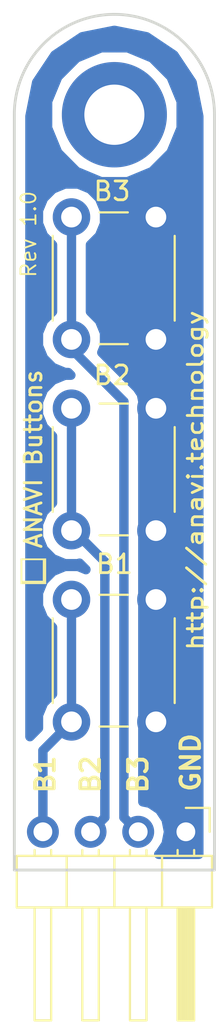
<source format=kicad_pcb>
(kicad_pcb (version 4) (host pcbnew 4.0.6+dfsg1-1)

  (general
    (links 12)
    (no_connects 0)
    (area 134.121714 57.404 163.058286 112.079001)
    (thickness 1.6)
    (drawings 12)
    (tracks 15)
    (zones 0)
    (modules 6)
    (nets 5)
  )

  (page A4)
  (layers
    (0 F.Cu signal)
    (31 B.Cu signal)
    (32 B.Adhes user)
    (33 F.Adhes user)
    (34 B.Paste user)
    (35 F.Paste user)
    (36 B.SilkS user)
    (37 F.SilkS user)
    (38 B.Mask user)
    (39 F.Mask user)
    (40 Dwgs.User user)
    (41 Cmts.User user)
    (42 Eco1.User user)
    (43 Eco2.User user)
    (44 Edge.Cuts user)
    (45 Margin user)
    (46 B.CrtYd user)
    (47 F.CrtYd user)
    (48 B.Fab user)
    (49 F.Fab user)
  )

  (setup
    (last_trace_width 0.5)
    (user_trace_width 0.5)
    (user_trace_width 1)
    (user_trace_width 1.5)
    (trace_clearance 0.254)
    (zone_clearance 0.508)
    (zone_45_only no)
    (trace_min 0.2)
    (segment_width 0.2)
    (edge_width 0.15)
    (via_size 0.85)
    (via_drill 0.4)
    (via_min_size 0.4)
    (via_min_drill 0.3)
    (uvia_size 0.35)
    (uvia_drill 0.1)
    (uvias_allowed no)
    (uvia_min_size 0.2)
    (uvia_min_drill 0.1)
    (pcb_text_width 0.3)
    (pcb_text_size 1.5 1.5)
    (mod_edge_width 0.15)
    (mod_text_size 1 1)
    (mod_text_width 0.15)
    (pad_size 1.524 1.524)
    (pad_drill 0.762)
    (pad_to_mask_clearance 0.2)
    (aux_axis_origin 0 0)
    (visible_elements FFFFFF7F)
    (pcbplotparams
      (layerselection 0x010f0_80000001)
      (usegerberextensions true)
      (excludeedgelayer true)
      (linewidth 1.000000)
      (plotframeref false)
      (viasonmask false)
      (mode 1)
      (useauxorigin false)
      (hpglpennumber 1)
      (hpglpenspeed 20)
      (hpglpendiameter 15)
      (hpglpenoverlay 2)
      (psnegative false)
      (psa4output false)
      (plotreference true)
      (plotvalue true)
      (plotinvisibletext false)
      (padsonsilk false)
      (subtractmaskfromsilk false)
      (outputformat 1)
      (mirror false)
      (drillshape 0)
      (scaleselection 1)
      (outputdirectory plots/rev10))
  )

  (net 0 "")
  (net 1 GND)
  (net 2 "Net-(B1-Pad1)")
  (net 3 "Net-(B2-Pad1)")
  (net 4 "Net-(B3-Pad1)")

  (net_class Default "This is the default net class."
    (clearance 0.254)
    (trace_width 0.5)
    (via_dia 0.85)
    (via_drill 0.4)
    (uvia_dia 0.35)
    (uvia_drill 0.1)
    (add_net GND)
    (add_net "Net-(B1-Pad1)")
    (add_net "Net-(B2-Pad1)")
    (add_net "Net-(B3-Pad1)")
  )

  (module Pin_Headers:Pin_Header_Angled_1x04_Pitch2.54mm (layer F.Cu) (tedit 5B13E3B5) (tstamp 5B1695DD)
    (at 152.4 101.6 270)
    (descr "Through hole angled pin header, 1x04, 2.54mm pitch, 6mm pin length, single row")
    (tags "Through hole angled pin header THT 1x04 2.54mm single row")
    (path /5B13D8AA)
    (fp_text reference J1 (at 4.315 -2.27 270) (layer F.SilkS) hide
      (effects (font (size 1 1) (thickness 0.15)))
    )
    (fp_text value CONN_01X04 (at 4.315 9.89 270) (layer F.Fab) hide
      (effects (font (size 1 1) (thickness 0.15)))
    )
    (fp_line (start 1.4 -1.27) (end 1.4 1.27) (layer F.Fab) (width 0.1))
    (fp_line (start 1.4 1.27) (end 3.9 1.27) (layer F.Fab) (width 0.1))
    (fp_line (start 3.9 1.27) (end 3.9 -1.27) (layer F.Fab) (width 0.1))
    (fp_line (start 3.9 -1.27) (end 1.4 -1.27) (layer F.Fab) (width 0.1))
    (fp_line (start 0 -0.32) (end 0 0.32) (layer F.Fab) (width 0.1))
    (fp_line (start 0 0.32) (end 9.9 0.32) (layer F.Fab) (width 0.1))
    (fp_line (start 9.9 0.32) (end 9.9 -0.32) (layer F.Fab) (width 0.1))
    (fp_line (start 9.9 -0.32) (end 0 -0.32) (layer F.Fab) (width 0.1))
    (fp_line (start 1.4 1.27) (end 1.4 3.81) (layer F.Fab) (width 0.1))
    (fp_line (start 1.4 3.81) (end 3.9 3.81) (layer F.Fab) (width 0.1))
    (fp_line (start 3.9 3.81) (end 3.9 1.27) (layer F.Fab) (width 0.1))
    (fp_line (start 3.9 1.27) (end 1.4 1.27) (layer F.Fab) (width 0.1))
    (fp_line (start 0 2.22) (end 0 2.86) (layer F.Fab) (width 0.1))
    (fp_line (start 0 2.86) (end 9.9 2.86) (layer F.Fab) (width 0.1))
    (fp_line (start 9.9 2.86) (end 9.9 2.22) (layer F.Fab) (width 0.1))
    (fp_line (start 9.9 2.22) (end 0 2.22) (layer F.Fab) (width 0.1))
    (fp_line (start 1.4 3.81) (end 1.4 6.35) (layer F.Fab) (width 0.1))
    (fp_line (start 1.4 6.35) (end 3.9 6.35) (layer F.Fab) (width 0.1))
    (fp_line (start 3.9 6.35) (end 3.9 3.81) (layer F.Fab) (width 0.1))
    (fp_line (start 3.9 3.81) (end 1.4 3.81) (layer F.Fab) (width 0.1))
    (fp_line (start 0 4.76) (end 0 5.4) (layer F.Fab) (width 0.1))
    (fp_line (start 0 5.4) (end 9.9 5.4) (layer F.Fab) (width 0.1))
    (fp_line (start 9.9 5.4) (end 9.9 4.76) (layer F.Fab) (width 0.1))
    (fp_line (start 9.9 4.76) (end 0 4.76) (layer F.Fab) (width 0.1))
    (fp_line (start 1.4 6.35) (end 1.4 8.89) (layer F.Fab) (width 0.1))
    (fp_line (start 1.4 8.89) (end 3.9 8.89) (layer F.Fab) (width 0.1))
    (fp_line (start 3.9 8.89) (end 3.9 6.35) (layer F.Fab) (width 0.1))
    (fp_line (start 3.9 6.35) (end 1.4 6.35) (layer F.Fab) (width 0.1))
    (fp_line (start 0 7.3) (end 0 7.94) (layer F.Fab) (width 0.1))
    (fp_line (start 0 7.94) (end 9.9 7.94) (layer F.Fab) (width 0.1))
    (fp_line (start 9.9 7.94) (end 9.9 7.3) (layer F.Fab) (width 0.1))
    (fp_line (start 9.9 7.3) (end 0 7.3) (layer F.Fab) (width 0.1))
    (fp_line (start 1.28 -1.39) (end 1.28 1.27) (layer F.SilkS) (width 0.12))
    (fp_line (start 1.28 1.27) (end 4.02 1.27) (layer F.SilkS) (width 0.12))
    (fp_line (start 4.02 1.27) (end 4.02 -1.39) (layer F.SilkS) (width 0.12))
    (fp_line (start 4.02 -1.39) (end 1.28 -1.39) (layer F.SilkS) (width 0.12))
    (fp_line (start 4.02 -0.44) (end 4.02 0.44) (layer F.SilkS) (width 0.12))
    (fp_line (start 4.02 0.44) (end 10.02 0.44) (layer F.SilkS) (width 0.12))
    (fp_line (start 10.02 0.44) (end 10.02 -0.44) (layer F.SilkS) (width 0.12))
    (fp_line (start 10.02 -0.44) (end 4.02 -0.44) (layer F.SilkS) (width 0.12))
    (fp_line (start 0.97 -0.44) (end 1.28 -0.44) (layer F.SilkS) (width 0.12))
    (fp_line (start 0.97 0.44) (end 1.28 0.44) (layer F.SilkS) (width 0.12))
    (fp_line (start 4.02 -0.32) (end 10.02 -0.32) (layer F.SilkS) (width 0.12))
    (fp_line (start 4.02 -0.2) (end 10.02 -0.2) (layer F.SilkS) (width 0.12))
    (fp_line (start 4.02 -0.08) (end 10.02 -0.08) (layer F.SilkS) (width 0.12))
    (fp_line (start 4.02 0.04) (end 10.02 0.04) (layer F.SilkS) (width 0.12))
    (fp_line (start 4.02 0.16) (end 10.02 0.16) (layer F.SilkS) (width 0.12))
    (fp_line (start 4.02 0.28) (end 10.02 0.28) (layer F.SilkS) (width 0.12))
    (fp_line (start 4.02 0.4) (end 10.02 0.4) (layer F.SilkS) (width 0.12))
    (fp_line (start 1.28 1.27) (end 1.28 3.81) (layer F.SilkS) (width 0.12))
    (fp_line (start 1.28 3.81) (end 4.02 3.81) (layer F.SilkS) (width 0.12))
    (fp_line (start 4.02 3.81) (end 4.02 1.27) (layer F.SilkS) (width 0.12))
    (fp_line (start 4.02 1.27) (end 1.28 1.27) (layer F.SilkS) (width 0.12))
    (fp_line (start 4.02 2.1) (end 4.02 2.98) (layer F.SilkS) (width 0.12))
    (fp_line (start 4.02 2.98) (end 10.02 2.98) (layer F.SilkS) (width 0.12))
    (fp_line (start 10.02 2.98) (end 10.02 2.1) (layer F.SilkS) (width 0.12))
    (fp_line (start 10.02 2.1) (end 4.02 2.1) (layer F.SilkS) (width 0.12))
    (fp_line (start 0.97 2.1) (end 1.28 2.1) (layer F.SilkS) (width 0.12))
    (fp_line (start 0.97 2.98) (end 1.28 2.98) (layer F.SilkS) (width 0.12))
    (fp_line (start 1.28 3.81) (end 1.28 6.35) (layer F.SilkS) (width 0.12))
    (fp_line (start 1.28 6.35) (end 4.02 6.35) (layer F.SilkS) (width 0.12))
    (fp_line (start 4.02 6.35) (end 4.02 3.81) (layer F.SilkS) (width 0.12))
    (fp_line (start 4.02 3.81) (end 1.28 3.81) (layer F.SilkS) (width 0.12))
    (fp_line (start 4.02 4.64) (end 4.02 5.52) (layer F.SilkS) (width 0.12))
    (fp_line (start 4.02 5.52) (end 10.02 5.52) (layer F.SilkS) (width 0.12))
    (fp_line (start 10.02 5.52) (end 10.02 4.64) (layer F.SilkS) (width 0.12))
    (fp_line (start 10.02 4.64) (end 4.02 4.64) (layer F.SilkS) (width 0.12))
    (fp_line (start 0.97 4.64) (end 1.28 4.64) (layer F.SilkS) (width 0.12))
    (fp_line (start 0.97 5.52) (end 1.28 5.52) (layer F.SilkS) (width 0.12))
    (fp_line (start 1.28 6.35) (end 1.28 9.01) (layer F.SilkS) (width 0.12))
    (fp_line (start 1.28 9.01) (end 4.02 9.01) (layer F.SilkS) (width 0.12))
    (fp_line (start 4.02 9.01) (end 4.02 6.35) (layer F.SilkS) (width 0.12))
    (fp_line (start 4.02 6.35) (end 1.28 6.35) (layer F.SilkS) (width 0.12))
    (fp_line (start 4.02 7.18) (end 4.02 8.06) (layer F.SilkS) (width 0.12))
    (fp_line (start 4.02 8.06) (end 10.02 8.06) (layer F.SilkS) (width 0.12))
    (fp_line (start 10.02 8.06) (end 10.02 7.18) (layer F.SilkS) (width 0.12))
    (fp_line (start 10.02 7.18) (end 4.02 7.18) (layer F.SilkS) (width 0.12))
    (fp_line (start 0.97 7.18) (end 1.28 7.18) (layer F.SilkS) (width 0.12))
    (fp_line (start 0.97 8.06) (end 1.28 8.06) (layer F.SilkS) (width 0.12))
    (fp_line (start -1.27 0) (end -1.27 -1.27) (layer F.SilkS) (width 0.12))
    (fp_line (start -1.27 -1.27) (end 0 -1.27) (layer F.SilkS) (width 0.12))
    (fp_line (start -1.6 -1.6) (end -1.6 9.2) (layer F.CrtYd) (width 0.05))
    (fp_line (start -1.6 9.2) (end 10.2 9.2) (layer F.CrtYd) (width 0.05))
    (fp_line (start 10.2 9.2) (end 10.2 -1.6) (layer F.CrtYd) (width 0.05))
    (fp_line (start 10.2 -1.6) (end -1.6 -1.6) (layer F.CrtYd) (width 0.05))
    (pad 1 thru_hole rect (at 0 0 270) (size 1.7 1.7) (drill 1) (layers *.Cu *.Mask)
      (net 1 GND))
    (pad 2 thru_hole oval (at 0 2.54 270) (size 1.7 1.7) (drill 1) (layers *.Cu *.Mask)
      (net 4 "Net-(B3-Pad1)"))
    (pad 3 thru_hole oval (at 0 5.08 270) (size 1.7 1.7) (drill 1) (layers *.Cu *.Mask)
      (net 3 "Net-(B2-Pad1)"))
    (pad 4 thru_hole oval (at 0 7.62 270) (size 1.7 1.7) (drill 1) (layers *.Cu *.Mask)
      (net 2 "Net-(B1-Pad1)"))
    (model Pin_Headers.3dshapes/Pin_Header_Angled_1x04_Pitch2.54mm.wrl
      (at (xyz 0 -0.15 0))
      (scale (xyz 1 1 1))
      (rotate (xyz 0 0 90))
    )
  )

  (module Mounting_Holes:MountingHole_3.2mm_M3_DIN965_Pad (layer F.Cu) (tedit 5B13E2AC) (tstamp 5B24605B)
    (at 148.59 63.5)
    (descr "Mounting Hole 3.2mm, M3, DIN965")
    (tags "mounting hole 3.2mm m3 din965")
    (fp_text reference REF** (at 0 -3.8) (layer F.SilkS) hide
      (effects (font (size 1 1) (thickness 0.15)))
    )
    (fp_text value MountingHole_3.2mm_M3_DIN965_Pad (at 0 3.8) (layer F.Fab) hide
      (effects (font (size 1 1) (thickness 0.15)))
    )
    (fp_circle (center 0 0) (end 2.8 0) (layer Cmts.User) (width 0.15))
    (fp_circle (center 0 0) (end 3.05 0) (layer F.CrtYd) (width 0.05))
    (pad 1 thru_hole circle (at 0 0) (size 5.6 5.6) (drill 3.2) (layers *.Cu *.Mask))
  )

  (module logo:anavi-logo (layer F.Cu) (tedit 0) (tstamp 5B1AE6FA)
    (at 144.272 87.757 90)
    (fp_text reference G*** (at 0 0 90) (layer F.SilkS) hide
      (effects (font (thickness 0.3)))
    )
    (fp_text value LOGO (at 0.75 0 90) (layer F.SilkS) hide
      (effects (font (thickness 0.3)))
    )
    (fp_poly (pts (xy 0.677334 0.677334) (xy -0.677333 0.677334) (xy -0.677333 -0.592666) (xy -0.508 -0.592666)
      (xy -0.508 0.508) (xy 0.592667 0.508) (xy 0.592667 -0.592666) (xy -0.508 -0.592666)
      (xy -0.677333 -0.592666) (xy -0.677333 -0.677333) (xy 0.677334 -0.677333) (xy 0.677334 0.677334)) (layer F.SilkS) (width 0.01))
  )

  (module Buttons_Switches_ThroughHole:SW_PUSH_6mm_h4.3mm (layer F.Cu) (tedit 5B502D82) (tstamp 5B502D40)
    (at 146.304 95.758 90)
    (descr "tactile push button, 6x6mm e.g. PHAP33xx series, height=4.3mm")
    (tags "tact sw push 6mm")
    (path /5B502E0D)
    (fp_text reference B1 (at 8.382 2.286 180) (layer F.SilkS)
      (effects (font (size 1 1) (thickness 0.15)))
    )
    (fp_text value SW_DIP_x01 (at 3.75 6.7 90) (layer F.Fab) hide
      (effects (font (size 1 1) (thickness 0.15)))
    )
    (fp_text user %R (at 3.25 2.25 90) (layer F.Fab)
      (effects (font (size 1 1) (thickness 0.15)))
    )
    (fp_line (start 3.25 -0.75) (end 6.25 -0.75) (layer F.Fab) (width 0.1))
    (fp_line (start 6.25 -0.75) (end 6.25 5.25) (layer F.Fab) (width 0.1))
    (fp_line (start 6.25 5.25) (end 0.25 5.25) (layer F.Fab) (width 0.1))
    (fp_line (start 0.25 5.25) (end 0.25 -0.75) (layer F.Fab) (width 0.1))
    (fp_line (start 0.25 -0.75) (end 3.25 -0.75) (layer F.Fab) (width 0.1))
    (fp_line (start 7.75 6) (end 8 6) (layer F.CrtYd) (width 0.05))
    (fp_line (start 8 6) (end 8 5.75) (layer F.CrtYd) (width 0.05))
    (fp_line (start 7.75 -1.5) (end 8 -1.5) (layer F.CrtYd) (width 0.05))
    (fp_line (start 8 -1.5) (end 8 -1.25) (layer F.CrtYd) (width 0.05))
    (fp_line (start -1.5 -1.25) (end -1.5 -1.5) (layer F.CrtYd) (width 0.05))
    (fp_line (start -1.5 -1.5) (end -1.25 -1.5) (layer F.CrtYd) (width 0.05))
    (fp_line (start -1.5 5.75) (end -1.5 6) (layer F.CrtYd) (width 0.05))
    (fp_line (start -1.5 6) (end -1.25 6) (layer F.CrtYd) (width 0.05))
    (fp_line (start -1.25 -1.5) (end 7.75 -1.5) (layer F.CrtYd) (width 0.05))
    (fp_line (start -1.5 5.75) (end -1.5 -1.25) (layer F.CrtYd) (width 0.05))
    (fp_line (start 7.75 6) (end -1.25 6) (layer F.CrtYd) (width 0.05))
    (fp_line (start 8 -1.25) (end 8 5.75) (layer F.CrtYd) (width 0.05))
    (fp_line (start 1 5.5) (end 5.5 5.5) (layer F.SilkS) (width 0.12))
    (fp_line (start -0.25 1.5) (end -0.25 3) (layer F.SilkS) (width 0.12))
    (fp_line (start 5.5 -1) (end 1 -1) (layer F.SilkS) (width 0.12))
    (fp_line (start 6.75 3) (end 6.75 1.5) (layer F.SilkS) (width 0.12))
    (fp_circle (center 3.25 2.25) (end 1.25 2.5) (layer F.Fab) (width 0.1))
    (pad 2 thru_hole circle (at 0 4.5 180) (size 2 2) (drill 1.1) (layers *.Cu *.Mask)
      (net 1 GND))
    (pad 1 thru_hole circle (at 0 0 180) (size 2 2) (drill 1.1) (layers *.Cu *.Mask)
      (net 2 "Net-(B1-Pad1)"))
    (pad 2 thru_hole circle (at 6.5 4.5 180) (size 2 2) (drill 1.1) (layers *.Cu *.Mask)
      (net 1 GND))
    (pad 1 thru_hole circle (at 6.5 0 180) (size 2 2) (drill 1.1) (layers *.Cu *.Mask)
      (net 2 "Net-(B1-Pad1)"))
    (model ${KISYS3DMOD}/Buttons_Switches_THT.3dshapes/SW_PUSH_6mm_h4.3mm.wrl
      (at (xyz 0.005 0 0))
      (scale (xyz 0.3937 0.3937 0.3937))
      (rotate (xyz 0 0 0))
    )
  )

  (module Buttons_Switches_ThroughHole:SW_PUSH_6mm_h4.3mm (layer F.Cu) (tedit 5B502D7F) (tstamp 5B502D5F)
    (at 146.304 85.598 90)
    (descr "tactile push button, 6x6mm e.g. PHAP33xx series, height=4.3mm")
    (tags "tact sw push 6mm")
    (path /5B502E6E)
    (fp_text reference B2 (at 8.255 2.159 180) (layer F.SilkS)
      (effects (font (size 1 1) (thickness 0.15)))
    )
    (fp_text value SW_DIP_x01 (at 3.75 6.7 90) (layer F.Fab) hide
      (effects (font (size 1 1) (thickness 0.15)))
    )
    (fp_text user %R (at 3.25 2.25 90) (layer F.Fab)
      (effects (font (size 1 1) (thickness 0.15)))
    )
    (fp_line (start 3.25 -0.75) (end 6.25 -0.75) (layer F.Fab) (width 0.1))
    (fp_line (start 6.25 -0.75) (end 6.25 5.25) (layer F.Fab) (width 0.1))
    (fp_line (start 6.25 5.25) (end 0.25 5.25) (layer F.Fab) (width 0.1))
    (fp_line (start 0.25 5.25) (end 0.25 -0.75) (layer F.Fab) (width 0.1))
    (fp_line (start 0.25 -0.75) (end 3.25 -0.75) (layer F.Fab) (width 0.1))
    (fp_line (start 7.75 6) (end 8 6) (layer F.CrtYd) (width 0.05))
    (fp_line (start 8 6) (end 8 5.75) (layer F.CrtYd) (width 0.05))
    (fp_line (start 7.75 -1.5) (end 8 -1.5) (layer F.CrtYd) (width 0.05))
    (fp_line (start 8 -1.5) (end 8 -1.25) (layer F.CrtYd) (width 0.05))
    (fp_line (start -1.5 -1.25) (end -1.5 -1.5) (layer F.CrtYd) (width 0.05))
    (fp_line (start -1.5 -1.5) (end -1.25 -1.5) (layer F.CrtYd) (width 0.05))
    (fp_line (start -1.5 5.75) (end -1.5 6) (layer F.CrtYd) (width 0.05))
    (fp_line (start -1.5 6) (end -1.25 6) (layer F.CrtYd) (width 0.05))
    (fp_line (start -1.25 -1.5) (end 7.75 -1.5) (layer F.CrtYd) (width 0.05))
    (fp_line (start -1.5 5.75) (end -1.5 -1.25) (layer F.CrtYd) (width 0.05))
    (fp_line (start 7.75 6) (end -1.25 6) (layer F.CrtYd) (width 0.05))
    (fp_line (start 8 -1.25) (end 8 5.75) (layer F.CrtYd) (width 0.05))
    (fp_line (start 1 5.5) (end 5.5 5.5) (layer F.SilkS) (width 0.12))
    (fp_line (start -0.25 1.5) (end -0.25 3) (layer F.SilkS) (width 0.12))
    (fp_line (start 5.5 -1) (end 1 -1) (layer F.SilkS) (width 0.12))
    (fp_line (start 6.75 3) (end 6.75 1.5) (layer F.SilkS) (width 0.12))
    (fp_circle (center 3.25 2.25) (end 1.25 2.5) (layer F.Fab) (width 0.1))
    (pad 2 thru_hole circle (at 0 4.5 180) (size 2 2) (drill 1.1) (layers *.Cu *.Mask)
      (net 1 GND))
    (pad 1 thru_hole circle (at 0 0 180) (size 2 2) (drill 1.1) (layers *.Cu *.Mask)
      (net 3 "Net-(B2-Pad1)"))
    (pad 2 thru_hole circle (at 6.5 4.5 180) (size 2 2) (drill 1.1) (layers *.Cu *.Mask)
      (net 1 GND))
    (pad 1 thru_hole circle (at 6.5 0 180) (size 2 2) (drill 1.1) (layers *.Cu *.Mask)
      (net 3 "Net-(B2-Pad1)"))
    (model ${KISYS3DMOD}/Buttons_Switches_THT.3dshapes/SW_PUSH_6mm_h4.3mm.wrl
      (at (xyz 0.005 0 0))
      (scale (xyz 0.3937 0.3937 0.3937))
      (rotate (xyz 0 0 0))
    )
  )

  (module Buttons_Switches_ThroughHole:SW_PUSH_6mm_h4.3mm (layer F.Cu) (tedit 5B502D93) (tstamp 5B502D7E)
    (at 146.304 75.438 90)
    (descr "tactile push button, 6x6mm e.g. PHAP33xx series, height=4.3mm")
    (tags "tact sw push 6mm")
    (path /5B502ED9)
    (fp_text reference B3 (at 7.874 2.159 180) (layer F.SilkS)
      (effects (font (size 1 1) (thickness 0.15)))
    )
    (fp_text value SW_DIP_x01 (at 3.75 6.7 90) (layer F.Fab) hide
      (effects (font (size 1 1) (thickness 0.15)))
    )
    (fp_text user %R (at 3.25 2.25 90) (layer F.Fab)
      (effects (font (size 1 1) (thickness 0.15)))
    )
    (fp_line (start 3.25 -0.75) (end 6.25 -0.75) (layer F.Fab) (width 0.1))
    (fp_line (start 6.25 -0.75) (end 6.25 5.25) (layer F.Fab) (width 0.1))
    (fp_line (start 6.25 5.25) (end 0.25 5.25) (layer F.Fab) (width 0.1))
    (fp_line (start 0.25 5.25) (end 0.25 -0.75) (layer F.Fab) (width 0.1))
    (fp_line (start 0.25 -0.75) (end 3.25 -0.75) (layer F.Fab) (width 0.1))
    (fp_line (start 7.75 6) (end 8 6) (layer F.CrtYd) (width 0.05))
    (fp_line (start 8 6) (end 8 5.75) (layer F.CrtYd) (width 0.05))
    (fp_line (start 7.75 -1.5) (end 8 -1.5) (layer F.CrtYd) (width 0.05))
    (fp_line (start 8 -1.5) (end 8 -1.25) (layer F.CrtYd) (width 0.05))
    (fp_line (start -1.5 -1.25) (end -1.5 -1.5) (layer F.CrtYd) (width 0.05))
    (fp_line (start -1.5 -1.5) (end -1.25 -1.5) (layer F.CrtYd) (width 0.05))
    (fp_line (start -1.5 5.75) (end -1.5 6) (layer F.CrtYd) (width 0.05))
    (fp_line (start -1.5 6) (end -1.25 6) (layer F.CrtYd) (width 0.05))
    (fp_line (start -1.25 -1.5) (end 7.75 -1.5) (layer F.CrtYd) (width 0.05))
    (fp_line (start -1.5 5.75) (end -1.5 -1.25) (layer F.CrtYd) (width 0.05))
    (fp_line (start 7.75 6) (end -1.25 6) (layer F.CrtYd) (width 0.05))
    (fp_line (start 8 -1.25) (end 8 5.75) (layer F.CrtYd) (width 0.05))
    (fp_line (start 1 5.5) (end 5.5 5.5) (layer F.SilkS) (width 0.12))
    (fp_line (start -0.25 1.5) (end -0.25 3) (layer F.SilkS) (width 0.12))
    (fp_line (start 5.5 -1) (end 1 -1) (layer F.SilkS) (width 0.12))
    (fp_line (start 6.75 3) (end 6.75 1.5) (layer F.SilkS) (width 0.12))
    (fp_circle (center 3.25 2.25) (end 1.25 2.5) (layer F.Fab) (width 0.1))
    (pad 2 thru_hole circle (at 0 4.5 180) (size 2 2) (drill 1.1) (layers *.Cu *.Mask)
      (net 1 GND))
    (pad 1 thru_hole circle (at 0 0 180) (size 2 2) (drill 1.1) (layers *.Cu *.Mask)
      (net 4 "Net-(B3-Pad1)"))
    (pad 2 thru_hole circle (at 6.5 4.5 180) (size 2 2) (drill 1.1) (layers *.Cu *.Mask)
      (net 1 GND))
    (pad 1 thru_hole circle (at 6.5 0 180) (size 2 2) (drill 1.1) (layers *.Cu *.Mask)
      (net 4 "Net-(B3-Pad1)"))
    (model ${KISYS3DMOD}/Buttons_Switches_THT.3dshapes/SW_PUSH_6mm_h4.3mm.wrl
      (at (xyz 0.005 0 0))
      (scale (xyz 0.3937 0.3937 0.3937))
      (rotate (xyz 0 0 0))
    )
  )

  (gr_text "Rev 1.0" (at 144.018 69.85 90) (layer F.SilkS)
    (effects (font (size 0.8 0.8) (thickness 0.1)))
  )
  (gr_arc (start 148.59 63.5) (end 143.256 63.5) (angle 90) (layer Edge.Cuts) (width 0.15))
  (gr_arc (start 148.59 63.5) (end 148.59 58.166) (angle 90) (layer Edge.Cuts) (width 0.15))
  (gr_line (start 153.924 103.632) (end 153.924 63.5) (angle 90) (layer Edge.Cuts) (width 0.15))
  (gr_line (start 143.256 103.632) (end 143.256 63.5) (angle 90) (layer Edge.Cuts) (width 0.15))
  (gr_line (start 143.256 103.632) (end 153.924 103.632) (angle 90) (layer Edge.Cuts) (width 0.15))
  (gr_text http://anavi.technology (at 152.908 82.931 90) (layer F.SilkS)
    (effects (font (size 0.8 1) (thickness 0.15)))
  )
  (gr_text "ANAVI Buttons" (at 144.272 81.788 90) (layer F.SilkS)
    (effects (font (size 0.9 0.9) (thickness 0.15)))
  )
  (gr_text GND (at 152.654 97.917 90) (layer F.SilkS)
    (effects (font (size 1 1) (thickness 0.2)))
  )
  (gr_text B3 (at 149.86 98.552 90) (layer F.SilkS)
    (effects (font (size 1 1) (thickness 0.2)))
  )
  (gr_text B2 (at 147.32 98.552 90) (layer F.SilkS)
    (effects (font (size 1 1) (thickness 0.2)))
  )
  (gr_text B1 (at 144.907 98.552 90) (layer F.SilkS)
    (effects (font (size 1 1) (thickness 0.2)))
  )

  (segment (start 144.78 101.6) (end 144.78 97.282) (width 0.5) (layer B.Cu) (net 2))
  (segment (start 144.78 97.282) (end 146.304 95.758) (width 0.5) (layer B.Cu) (net 2) (tstamp 5B5030F0))
  (segment (start 146.304 95.758) (end 146.304 89.258) (width 0.5) (layer B.Cu) (net 2) (status 30))
  (segment (start 146.304 85.598) (end 146.431 85.598) (width 0.5) (layer B.Cu) (net 3))
  (segment (start 146.431 85.598) (end 148.082 87.249) (width 0.5) (layer B.Cu) (net 3) (tstamp 5B5030F3))
  (segment (start 148.082 100.838) (end 147.32 101.6) (width 0.5) (layer B.Cu) (net 3) (tstamp 5B5030F5))
  (segment (start 148.082 87.249) (end 148.082 100.838) (width 0.5) (layer B.Cu) (net 3) (tstamp 5B5030F4))
  (segment (start 146.304 85.598) (end 146.304 79.098) (width 0.5) (layer B.Cu) (net 3) (status 30))
  (segment (start 146.304 85.598) (end 146.304 85.852) (width 0.5) (layer B.Cu) (net 3) (status 30))
  (segment (start 146.304 75.438) (end 146.304 75.946) (width 0.5) (layer B.Cu) (net 4))
  (segment (start 146.304 75.946) (end 149.098 78.74) (width 0.5) (layer B.Cu) (net 4) (tstamp 5B5030FD))
  (segment (start 149.098 100.838) (end 149.86 101.6) (width 0.5) (layer B.Cu) (net 4) (tstamp 5B503100))
  (segment (start 149.098 78.74) (end 149.098 100.838) (width 0.5) (layer B.Cu) (net 4) (tstamp 5B5030FE))
  (segment (start 146.304 75.438) (end 146.304 68.938) (width 0.5) (layer B.Cu) (net 4) (status 30))
  (segment (start 146.304 68.938) (end 146.408 68.938) (width 0.5) (layer B.Cu) (net 4) (status 30))

  (zone (net 1) (net_name GND) (layer B.Cu) (tstamp 5B24632E) (hatch edge 0.508)
    (connect_pads yes (clearance 0.508))
    (min_thickness 0.5)
    (fill yes (arc_segments 16) (thermal_gap 0.508) (thermal_bridge_width 0.508))
    (polygon
      (pts
        (xy 154.432 106.426) (xy 142.494 106.426) (xy 142.494 57.404) (xy 154.432 57.404)
      )
    )
    (filled_polygon
      (pts
        (xy 150.306213 59.356696) (xy 151.761149 60.328852) (xy 152.733304 61.783787) (xy 153.091 63.582043) (xy 153.091 102.799)
        (xy 150.951428 102.799) (xy 150.997028 102.768531) (xy 151.345598 102.246858) (xy 151.468 101.631503) (xy 151.468 101.568497)
        (xy 151.345598 100.953142) (xy 150.997028 100.431469) (xy 150.475355 100.082899) (xy 150.106 100.00943) (xy 150.106 78.740005)
        (xy 150.106001 78.74) (xy 150.029271 78.354255) (xy 149.90397 78.166729) (xy 149.810764 78.027236) (xy 149.810761 78.027234)
        (xy 147.918236 76.134708) (xy 148.061694 75.789222) (xy 148.062304 75.089846) (xy 147.795229 74.443474) (xy 147.312 73.959401)
        (xy 147.312 70.415778) (xy 147.793491 69.935127) (xy 148.061694 69.289222) (xy 148.062304 68.589846) (xy 147.795229 67.943474)
        (xy 147.301127 67.448509) (xy 146.655222 67.180306) (xy 145.955846 67.179696) (xy 145.309474 67.446771) (xy 144.814509 67.940873)
        (xy 144.546306 68.586778) (xy 144.545696 69.286154) (xy 144.812771 69.932526) (xy 145.296 70.416599) (xy 145.296 73.960222)
        (xy 144.814509 74.440873) (xy 144.546306 75.086778) (xy 144.545696 75.786154) (xy 144.812771 76.432526) (xy 145.306873 76.927491)
        (xy 145.952778 77.195694) (xy 146.128319 77.195847) (xy 146.272444 77.339972) (xy 145.955846 77.339696) (xy 145.309474 77.606771)
        (xy 144.814509 78.100873) (xy 144.546306 78.746778) (xy 144.545696 79.446154) (xy 144.812771 80.092526) (xy 145.296 80.576599)
        (xy 145.296 84.120222) (xy 144.814509 84.600873) (xy 144.546306 85.246778) (xy 144.545696 85.946154) (xy 144.812771 86.592526)
        (xy 145.306873 87.087491) (xy 145.952778 87.355694) (xy 146.652154 87.356304) (xy 146.73114 87.323668) (xy 147.074 87.666527)
        (xy 147.074 87.674198) (xy 146.655222 87.500306) (xy 145.955846 87.499696) (xy 145.309474 87.766771) (xy 144.814509 88.260873)
        (xy 144.546306 88.906778) (xy 144.545696 89.606154) (xy 144.812771 90.252526) (xy 145.296 90.736599) (xy 145.296 94.280222)
        (xy 144.814509 94.760873) (xy 144.546306 95.406778) (xy 144.545709 96.090763) (xy 144.089 96.547472) (xy 144.089 64.204625)
        (xy 145.031384 64.204625) (xy 145.571916 65.512812) (xy 146.571924 66.514567) (xy 147.879165 67.057381) (xy 149.294625 67.058616)
        (xy 150.602812 66.518084) (xy 151.604567 65.518076) (xy 152.147381 64.210835) (xy 152.148616 62.795375) (xy 151.608084 61.487188)
        (xy 150.608076 60.485433) (xy 149.300835 59.942619) (xy 147.885375 59.941384) (xy 146.577188 60.481916) (xy 145.575433 61.481924)
        (xy 145.032619 62.789165) (xy 145.031384 64.204625) (xy 144.089 64.204625) (xy 144.089 63.582043) (xy 144.446696 61.783787)
        (xy 145.418852 60.328851) (xy 146.873787 59.356696) (xy 148.59 59.015319)
      )
    )
  )
)

</source>
